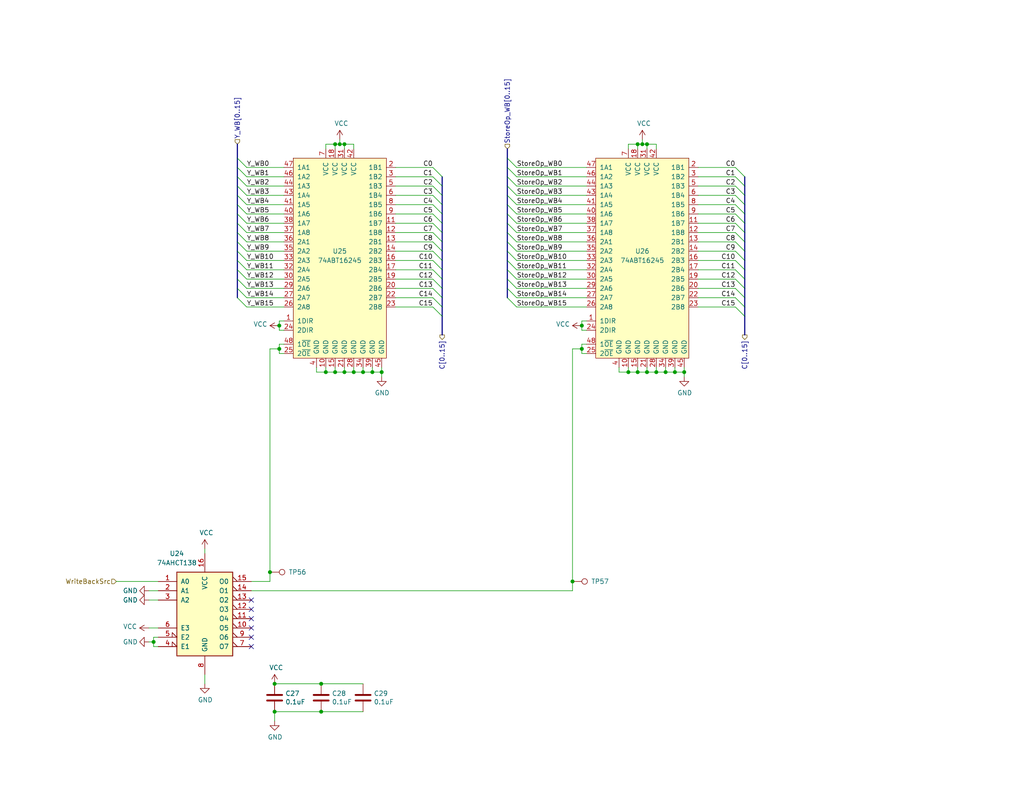
<source format=kicad_sch>
(kicad_sch (version 20250114) (generator "eeschema") (generator_version "9.0")
  (paper "USLetter")
  (title_block (title "WB: Select Write Back Source") (date "2023-11-25") (rev "B") (comment 2 "or a byte swapped version of the latter.") (comment 3 "It can choose either the ALU result, the store operand / value loaded from peripherals,") (comment 4 "The write back stage can select one of several values to write back to the register file."))
  (lib_symbols
    (symbol "Connector:TestPoint" (pin_numbers (hide yes)) (pin_names (offset 0.762) (hide yes))
      (property "Reference" "TP" (at 0 6.858 0))
      (property "Value" "TestPoint" (at 0 5.08 0))
      (symbol "TestPoint_0_1"
        (circle (center 0 3.302) (radius 0.762))
      )
      (symbol "TestPoint_1_1"
        (pin passive line (at 0 0 90) (length 2.54) (name "1") (number "1"))
      )
    )
    (symbol "Device:C" (pin_numbers (hide yes)) (pin_names (offset 0.254))
      (property "Reference" "C" (at 0.635 2.54 0))
      (property "Value" "C" (at 0.635 -2.54 0))
      (symbol "C_0_1"
        (polyline (pts (xy -2.032 0.762) (xy 2.032 0.762)) (stroke (width 0.508)))
        (polyline (pts (xy -2.032 -0.762) (xy 2.032 -0.762)) (stroke (width 0.508)))
      )
      (symbol "C_1_1"
        (pin passive line (at 0 3.81 270) (length 2.794) (name "~") (number "1"))
        (pin passive line (at 0 -3.81 90) (length 2.794) (name "~") (number "2"))
      )
    )
    (symbol "Turtle16:74ABT16245" (pin_names (offset 1.016))
      (property "Reference" "U" (at 0 1.27 0))
      (property "Value" "74ABT16245" (at 0 -1.27 0))
      (symbol "74ABT16245_0_1"
        (rectangle (start -12.7 26.67) (end 12.7 -27.94) (fill (type background)))
      )
      (symbol "74ABT16245_1_1"
        (pin tri_state line (at -15.24 24.13 0) (length 2.54) (name "1A1") (number "47"))
        (pin tri_state line (at -15.24 21.59 0) (length 2.54) (name "1A2") (number "46"))
        (pin tri_state line (at -15.24 19.05 0) (length 2.54) (name "1A3") (number "44"))
        (pin tri_state line (at -15.24 16.51 0) (length 2.54) (name "1A4") (number "43"))
        (pin tri_state line (at -15.24 13.97 0) (length 2.54) (name "1A5") (number "41"))
        (pin tri_state line (at -15.24 11.43 0) (length 2.54) (name "1A6") (number "40"))
        (pin tri_state line (at -15.24 8.89 0) (length 2.54) (name "1A7") (number "38"))
        (pin tri_state line (at -15.24 6.35 0) (length 2.54) (name "1A8") (number "37"))
        (pin tri_state line (at -15.24 3.81 0) (length 2.54) (name "2A1") (number "36"))
        (pin tri_state line (at -15.24 1.27 0) (length 2.54) (name "2A2") (number "35"))
        (pin tri_state line (at -15.24 -1.27 0) (length 2.54) (name "2A3") (number "33"))
        (pin tri_state line (at -15.24 -3.81 0) (length 2.54) (name "2A4") (number "32"))
        (pin tri_state line (at -15.24 -6.35 0) (length 2.54) (name "2A5") (number "30"))
        (pin tri_state line (at -15.24 -8.89 0) (length 2.54) (name "2A6") (number "29"))
        (pin tri_state line (at -15.24 -11.43 0) (length 2.54) (name "2A7") (number "27"))
        (pin tri_state line (at -15.24 -13.97 0) (length 2.54) (name "2A8") (number "26"))
        (pin input line (at -15.24 -17.78 0) (length 2.54) (name "1DIR") (number "1"))
        (pin input line (at -15.24 -20.32 0) (length 2.54) (name "2DIR") (number "24"))
        (pin input line (at -15.24 -24.13 0) (length 2.54) (name "1~{OE}") (number "48"))
        (pin input line (at -15.24 -26.67 0) (length 2.54) (name "2~{OE}") (number "25"))
        (pin power_in line (at -6.35 -30.48 90) (length 2.54) (name "GND") (number "4"))
        (pin power_in line (at -3.81 29.21 270) (length 2.54) (name "VCC") (number "7"))
        (pin power_in line (at -3.81 -30.48 90) (length 2.54) (name "GND") (number "10"))
        (pin power_in line (at -1.27 29.21 270) (length 2.54) (name "VCC") (number "18"))
        (pin power_in line (at -1.27 -30.48 90) (length 2.54) (name "GND") (number "15"))
        (pin power_in line (at 1.27 29.21 270) (length 2.54) (name "VCC") (number "31"))
        (pin power_in line (at 1.27 -30.48 90) (length 2.54) (name "GND") (number "21"))
        (pin power_in line (at 3.81 29.21 270) (length 2.54) (name "VCC") (number "42"))
        (pin power_in line (at 3.81 -30.48 90) (length 2.54) (name "GND") (number "28"))
        (pin power_in line (at 6.35 -30.48 90) (length 2.54) (name "GND") (number "34"))
        (pin power_in line (at 8.89 -30.48 90) (length 2.54) (name "GND") (number "39"))
        (pin power_in line (at 11.43 -30.48 90) (length 2.54) (name "GND") (number "45"))
        (pin tri_state line (at 15.24 24.13 180) (length 2.54) (name "1B1") (number "2"))
        (pin tri_state line (at 15.24 21.59 180) (length 2.54) (name "1B2") (number "3"))
        (pin tri_state line (at 15.24 19.05 180) (length 2.54) (name "1B3") (number "5"))
        (pin tri_state line (at 15.24 16.51 180) (length 2.54) (name "1B4") (number "6"))
        (pin tri_state line (at 15.24 13.97 180) (length 2.54) (name "1B5") (number "8"))
        (pin tri_state line (at 15.24 11.43 180) (length 2.54) (name "1B6") (number "9"))
        (pin tri_state line (at 15.24 8.89 180) (length 2.54) (name "1B7") (number "11"))
        (pin tri_state line (at 15.24 6.35 180) (length 2.54) (name "1B8") (number "12"))
        (pin tri_state line (at 15.24 3.81 180) (length 2.54) (name "2B1") (number "13"))
        (pin tri_state line (at 15.24 1.27 180) (length 2.54) (name "2B2") (number "14"))
        (pin tri_state line (at 15.24 -1.27 180) (length 2.54) (name "2B3") (number "16"))
        (pin tri_state line (at 15.24 -3.81 180) (length 2.54) (name "2B4") (number "17"))
        (pin tri_state line (at 15.24 -6.35 180) (length 2.54) (name "2B5") (number "19"))
        (pin tri_state line (at 15.24 -8.89 180) (length 2.54) (name "2B6") (number "20"))
        (pin tri_state line (at 15.24 -11.43 180) (length 2.54) (name "2B7") (number "22"))
        (pin tri_state line (at 15.24 -13.97 180) (length 2.54) (name "2B8") (number "23"))
      )
    )
    (symbol "Turtle16:74AHCT138" (pin_names (offset 1.016))
      (property "Reference" "U" (at -7.62 11.43 0))
      (property "Value" "74AHCT138" (at -7.62 -13.97 0))
      (symbol "74AHCT138_1_0"
        (pin input line (at -12.7 7.62 0) (length 5.08) (name "A0") (number "1"))
        (pin input line (at -12.7 5.08 0) (length 5.08) (name "A1") (number "2"))
        (pin input line (at -12.7 2.54 0) (length 5.08) (name "A2") (number "3"))
        (pin input line (at -12.7 -5.08 0) (length 5.08) (name "E3") (number "6"))
        (pin input input_low (at -12.7 -7.62 0) (length 5.08) (name "E2") (number "5"))
        (pin input input_low (at -12.7 -10.16 0) (length 5.08) (name "E1") (number "4"))
        (pin power_in line (at 0 15.24 270) (length 5.08) (name "VCC") (number "16"))
        (pin power_in line (at 0 -17.78 90) (length 5.08) (name "GND") (number "8"))
        (pin output output_low (at 12.7 7.62 180) (length 5.08) (name "O0") (number "15"))
        (pin output output_low (at 12.7 5.08 180) (length 5.08) (name "O1") (number "14"))
        (pin output output_low (at 12.7 2.54 180) (length 5.08) (name "O2") (number "13"))
        (pin output output_low (at 12.7 0 180) (length 5.08) (name "O3") (number "12"))
        (pin output output_low (at 12.7 -2.54 180) (length 5.08) (name "O4") (number "11"))
        (pin output output_low (at 12.7 -5.08 180) (length 5.08) (name "O5") (number "10"))
        (pin output output_low (at 12.7 -7.62 180) (length 5.08) (name "O6") (number "9"))
        (pin output output_low (at 12.7 -10.16 180) (length 5.08) (name "O7") (number "7"))
      )
      (symbol "74AHCT138_1_1"
        (rectangle (start -7.62 10.16) (end 7.62 -12.7) (stroke (width 0.254)) (fill (type background)))
      )
    )
    (symbol "power:GND" (power) (pin_names (offset 0))
      (property "Value" "GND" (at 0 -3.81 0))
      (symbol "GND_0_1"
        (polyline (pts (xy 0 0) (xy 0 -1.27) (xy 1.27 -1.27) (xy 0 -2.54) (xy -1.27 -1.27) (xy 0 -1.27)))
      )
      (symbol "GND_1_1"
        (pin power_in line (at 0 0 270) (length 0) (hide yes) (name "GND") (number "1"))
      )
    )
    (symbol "power:VCC" (power) (pin_names (offset 0))
      (property "Value" "VCC" (at 0 3.81 0))
      (symbol "VCC_0_1"
        (polyline (pts (xy -0.762 1.27) (xy 0 2.54)))
        (polyline (pts (xy 0 2.54) (xy 0.762 1.27)))
        (polyline (pts (xy 0 0) (xy 0 2.54)))
      )
      (symbol "VCC_1_1"
        (pin power_in line (at 0 0 90) (length 0) (hide yes) (name "VCC") (number "1"))
      )
    )
  )
  (junction (at 74.93 186.69))
  (junction (at 186.69 101.6))
  (junction (at 171.45 101.6))
  (junction (at 74.93 194.31))
  (junction (at 176.53 39.37))
  (junction (at 96.52 101.6))
  (junction (at 87.63 194.31))
  (junction (at 181.61 101.6))
  (junction (at 158.75 95.25))
  (junction (at 104.14 101.6))
  (junction (at 93.98 39.37))
  (junction (at 156.21 158.75))
  (junction (at 92.71 39.37))
  (junction (at 73.66 156.21))
  (junction (at 76.2 95.25))
  (junction (at 93.98 101.6))
  (junction (at 88.9 101.6))
  (junction (at 101.6 101.6))
  (junction (at 184.15 101.6))
  (junction (at 91.44 39.37))
  (junction (at 41.91 175.26))
  (junction (at 91.44 101.6))
  (junction (at 87.63 186.69))
  (junction (at 179.07 101.6))
  (junction (at 173.99 101.6))
  (junction (at 76.2 88.9))
  (junction (at 176.53 101.6))
  (junction (at 175.26 39.37))
  (junction (at 99.06 101.6))
  (junction (at 173.99 39.37))
  (junction (at 158.75 88.9))
  (no_connect (at 68.58 166.37))
  (no_connect (at 68.58 176.53))
  (no_connect (at 68.58 171.45))
  (no_connect (at 68.58 168.91))
  (no_connect (at 68.58 163.83))
  (no_connect (at 68.58 173.99))
  (bus_entry (at 120.65 78.74) (size -2.54 -2.54))
  (bus_entry (at 203.2 50.8) (size -2.54 -2.54))
  (bus_entry (at 120.65 83.82) (size -2.54 -2.54))
  (bus_entry (at 140.97 78.74) (size -2.54 -2.54))
  (bus_entry (at 120.65 68.58) (size -2.54 -2.54))
  (bus_entry (at 140.97 55.88) (size -2.54 -2.54))
  (bus_entry (at 64.77 81.28) (size 2.54 2.54))
  (bus_entry (at 140.97 81.28) (size -2.54 -2.54))
  (bus_entry (at 140.97 63.5) (size -2.54 -2.54))
  (bus_entry (at 203.2 66.04) (size -2.54 -2.54))
  (bus_entry (at 203.2 48.26) (size -2.54 -2.54))
  (bus_entry (at 203.2 63.5) (size -2.54 -2.54))
  (bus_entry (at 203.2 73.66) (size -2.54 -2.54))
  (bus_entry (at 120.65 48.26) (size -2.54 -2.54))
  (bus_entry (at 140.97 58.42) (size -2.54 -2.54))
  (bus_entry (at 140.97 50.8) (size -2.54 -2.54))
  (bus_entry (at 64.77 73.66) (size 2.54 2.54))
  (bus_entry (at 120.65 73.66) (size -2.54 -2.54))
  (bus_entry (at 140.97 68.58) (size -2.54 -2.54))
  (bus_entry (at 140.97 45.72) (size -2.54 -2.54))
  (bus_entry (at 140.97 48.26) (size -2.54 -2.54))
  (bus_entry (at 140.97 60.96) (size -2.54 -2.54))
  (bus_entry (at 120.65 86.36) (size -2.54 -2.54))
  (bus_entry (at 140.97 73.66) (size -2.54 -2.54))
  (bus_entry (at 120.65 58.42) (size -2.54 -2.54))
  (bus_entry (at 64.77 63.5) (size 2.54 2.54))
  (bus_entry (at 64.77 76.2) (size 2.54 2.54))
  (bus_entry (at 140.97 76.2) (size -2.54 -2.54))
  (bus_entry (at 120.65 66.04) (size -2.54 -2.54))
  (bus_entry (at 203.2 81.28) (size -2.54 -2.54))
  (bus_entry (at 203.2 71.12) (size -2.54 -2.54))
  (bus_entry (at 64.77 45.72) (size 2.54 2.54))
  (bus_entry (at 203.2 68.58) (size -2.54 -2.54))
  (bus_entry (at 64.77 66.04) (size 2.54 2.54))
  (bus_entry (at 120.65 81.28) (size -2.54 -2.54))
  (bus_entry (at 203.2 78.74) (size -2.54 -2.54))
  (bus_entry (at 203.2 86.36) (size -2.54 -2.54))
  (bus_entry (at 120.65 76.2) (size -2.54 -2.54))
  (bus_entry (at 64.77 78.74) (size 2.54 2.54))
  (bus_entry (at 120.65 71.12) (size -2.54 -2.54))
  (bus_entry (at 203.2 58.42) (size -2.54 -2.54))
  (bus_entry (at 64.77 68.58) (size 2.54 2.54))
  (bus_entry (at 140.97 53.34) (size -2.54 -2.54))
  (bus_entry (at 203.2 60.96) (size -2.54 -2.54))
  (bus_entry (at 140.97 71.12) (size -2.54 -2.54))
  (bus_entry (at 140.97 66.04) (size -2.54 -2.54))
  (bus_entry (at 64.77 43.18) (size 2.54 2.54))
  (bus_entry (at 203.2 53.34) (size -2.54 -2.54))
  (bus_entry (at 64.77 60.96) (size 2.54 2.54))
  (bus_entry (at 120.65 53.34) (size -2.54 -2.54))
  (bus_entry (at 64.77 50.8) (size 2.54 2.54))
  (bus_entry (at 203.2 55.88) (size -2.54 -2.54))
  (bus_entry (at 203.2 76.2) (size -2.54 -2.54))
  (bus_entry (at 120.65 55.88) (size -2.54 -2.54))
  (bus_entry (at 64.77 71.12) (size 2.54 2.54))
  (bus_entry (at 120.65 50.8) (size -2.54 -2.54))
  (bus_entry (at 120.65 60.96) (size -2.54 -2.54))
  (bus_entry (at 64.77 55.88) (size 2.54 2.54))
  (bus_entry (at 120.65 63.5) (size -2.54 -2.54))
  (bus_entry (at 64.77 48.26) (size 2.54 2.54))
  (bus_entry (at 64.77 58.42) (size 2.54 2.54))
  (bus_entry (at 140.97 83.82) (size -2.54 -2.54))
  (bus_entry (at 203.2 83.82) (size -2.54 -2.54))
  (bus_entry (at 64.77 53.34) (size 2.54 2.54))
  (wire (pts (xy 76.2 95.25) (xy 73.66 95.25)))
  (wire (pts (xy 68.58 161.29) (xy 156.21 161.29)))
  (wire (pts (xy 140.97 48.26) (xy 160.02 48.26)))
  (wire (pts (xy 99.06 101.6) (xy 99.06 100.33)))
  (wire (pts (xy 140.97 53.34) (xy 160.02 53.34)))
  (bus (pts (xy 120.65 83.82) (xy 120.65 86.36)))
  (wire (pts (xy 140.97 73.66) (xy 160.02 73.66)))
  (bus (pts (xy 64.77 43.18) (xy 64.77 45.72)))
  (bus (pts (xy 64.77 63.5) (xy 64.77 66.04)))
  (bus (pts (xy 138.43 63.5) (xy 138.43 66.04)))
  (wire (pts (xy 91.44 101.6) (xy 93.98 101.6)))
  (wire (pts (xy 158.75 93.98) (xy 158.75 95.25)))
  (wire (pts (xy 41.91 175.26) (xy 41.91 176.53)))
  (bus (pts (xy 203.2 86.36) (xy 203.2 91.44)))
  (wire (pts (xy 171.45 39.37) (xy 173.99 39.37)))
  (wire (pts (xy 175.26 39.37) (xy 176.53 39.37)))
  (wire (pts (xy 118.11 60.96) (xy 107.95 60.96)))
  (wire (pts (xy 200.66 60.96) (xy 190.5 60.96)))
  (wire (pts (xy 200.66 66.04) (xy 190.5 66.04)))
  (wire (pts (xy 67.31 76.2) (xy 77.47 76.2)))
  (wire (pts (xy 200.66 68.58) (xy 190.5 68.58)))
  (bus (pts (xy 120.65 48.26) (xy 120.65 50.8)))
  (wire (pts (xy 67.31 81.28) (xy 77.47 81.28)))
  (wire (pts (xy 74.93 196.85) (xy 74.93 194.31)))
  (wire (pts (xy 101.6 101.6) (xy 104.14 101.6)))
  (wire (pts (xy 67.31 83.82) (xy 77.47 83.82)))
  (bus (pts (xy 203.2 53.34) (xy 203.2 55.88)))
  (wire (pts (xy 156.21 95.25) (xy 156.21 158.75)))
  (wire (pts (xy 160.02 93.98) (xy 158.75 93.98)))
  (bus (pts (xy 138.43 45.72) (xy 138.43 48.26)))
  (wire (pts (xy 118.11 58.42) (xy 107.95 58.42)))
  (wire (pts (xy 140.97 76.2) (xy 160.02 76.2)))
  (wire (pts (xy 200.66 45.72) (xy 190.5 45.72)))
  (wire (pts (xy 67.31 48.26) (xy 77.47 48.26)))
  (bus (pts (xy 138.43 78.74) (xy 138.43 81.28)))
  (bus (pts (xy 203.2 48.26) (xy 203.2 50.8)))
  (wire (pts (xy 55.88 149.86) (xy 55.88 151.13)))
  (wire (pts (xy 158.75 90.17) (xy 160.02 90.17)))
  (bus (pts (xy 64.77 50.8) (xy 64.77 53.34)))
  (wire (pts (xy 118.11 71.12) (xy 107.95 71.12)))
  (wire (pts (xy 99.06 101.6) (xy 101.6 101.6)))
  (wire (pts (xy 140.97 68.58) (xy 160.02 68.58)))
  (bus (pts (xy 64.77 78.74) (xy 64.77 81.28)))
  (wire (pts (xy 158.75 88.9) (xy 158.75 90.17)))
  (bus (pts (xy 203.2 78.74) (xy 203.2 81.28)))
  (wire (pts (xy 88.9 101.6) (xy 91.44 101.6)))
  (wire (pts (xy 67.31 66.04) (xy 77.47 66.04)))
  (wire (pts (xy 88.9 39.37) (xy 91.44 39.37)))
  (wire (pts (xy 41.91 173.99) (xy 41.91 175.26)))
  (wire (pts (xy 118.11 66.04) (xy 107.95 66.04)))
  (wire (pts (xy 101.6 101.6) (xy 101.6 100.33)))
  (wire (pts (xy 184.15 101.6) (xy 184.15 100.33)))
  (wire (pts (xy 67.31 73.66) (xy 77.47 73.66)))
  (wire (pts (xy 179.07 101.6) (xy 179.07 100.33)))
  (wire (pts (xy 158.75 95.25) (xy 156.21 95.25)))
  (bus (pts (xy 120.65 86.36) (xy 120.65 91.44)))
  (bus (pts (xy 138.43 66.04) (xy 138.43 68.58)))
  (wire (pts (xy 176.53 40.64) (xy 176.53 39.37)))
  (wire (pts (xy 91.44 39.37) (xy 92.71 39.37)))
  (bus (pts (xy 120.65 53.34) (xy 120.65 55.88)))
  (wire (pts (xy 74.93 186.69) (xy 87.63 186.69)))
  (wire (pts (xy 91.44 40.64) (xy 91.44 39.37)))
  (bus (pts (xy 203.2 60.96) (xy 203.2 63.5)))
  (wire (pts (xy 87.63 186.69) (xy 99.06 186.69)))
  (bus (pts (xy 64.77 66.04) (xy 64.77 68.58)))
  (wire (pts (xy 118.11 63.5) (xy 107.95 63.5)))
  (bus (pts (xy 203.2 68.58) (xy 203.2 71.12)))
  (wire (pts (xy 140.97 50.8) (xy 160.02 50.8)))
  (bus (pts (xy 120.65 81.28) (xy 120.65 83.82)))
  (wire (pts (xy 118.11 81.28) (xy 107.95 81.28)))
  (bus (pts (xy 203.2 55.88) (xy 203.2 58.42)))
  (bus (pts (xy 138.43 60.96) (xy 138.43 63.5)))
  (wire (pts (xy 173.99 40.64) (xy 173.99 39.37)))
  (wire (pts (xy 67.31 78.74) (xy 77.47 78.74)))
  (bus (pts (xy 120.65 73.66) (xy 120.65 76.2)))
  (bus (pts (xy 64.77 73.66) (xy 64.77 76.2)))
  (wire (pts (xy 179.07 39.37) (xy 179.07 40.64)))
  (wire (pts (xy 186.69 101.6) (xy 186.69 100.33)))
  (wire (pts (xy 67.31 63.5) (xy 77.47 63.5)))
  (wire (pts (xy 200.66 81.28) (xy 190.5 81.28)))
  (bus (pts (xy 203.2 81.28) (xy 203.2 83.82)))
  (wire (pts (xy 118.11 68.58) (xy 107.95 68.58)))
  (bus (pts (xy 138.43 53.34) (xy 138.43 55.88)))
  (wire (pts (xy 200.66 63.5) (xy 190.5 63.5)))
  (wire (pts (xy 200.66 48.26) (xy 190.5 48.26)))
  (wire (pts (xy 175.26 38.1) (xy 175.26 39.37)))
  (wire (pts (xy 67.31 50.8) (xy 77.47 50.8)))
  (bus (pts (xy 203.2 50.8) (xy 203.2 53.34)))
  (wire (pts (xy 200.66 53.34) (xy 190.5 53.34)))
  (wire (pts (xy 40.64 171.45) (xy 43.18 171.45)))
  (wire (pts (xy 73.66 156.21) (xy 73.66 158.75)))
  (wire (pts (xy 73.66 158.75) (xy 68.58 158.75)))
  (wire (pts (xy 140.97 71.12) (xy 160.02 71.12)))
  (wire (pts (xy 88.9 100.33) (xy 88.9 101.6)))
  (wire (pts (xy 181.61 101.6) (xy 181.61 100.33)))
  (bus (pts (xy 120.65 71.12) (xy 120.65 73.66)))
  (wire (pts (xy 40.64 161.29) (xy 43.18 161.29)))
  (wire (pts (xy 140.97 81.28) (xy 160.02 81.28)))
  (wire (pts (xy 140.97 60.96) (xy 160.02 60.96)))
  (wire (pts (xy 88.9 40.64) (xy 88.9 39.37)))
  (wire (pts (xy 41.91 176.53) (xy 43.18 176.53)))
  (wire (pts (xy 86.36 101.6) (xy 88.9 101.6)))
  (bus (pts (xy 120.65 55.88) (xy 120.65 58.42)))
  (wire (pts (xy 140.97 58.42) (xy 160.02 58.42)))
  (bus (pts (xy 138.43 43.18) (xy 138.43 45.72)))
  (bus (pts (xy 138.43 55.88) (xy 138.43 58.42)))
  (wire (pts (xy 118.11 50.8) (xy 107.95 50.8)))
  (bus (pts (xy 203.2 71.12) (xy 203.2 73.66)))
  (wire (pts (xy 76.2 90.17) (xy 77.47 90.17)))
  (wire (pts (xy 76.2 96.52) (xy 77.47 96.52)))
  (wire (pts (xy 77.47 87.63) (xy 76.2 87.63)))
  (wire (pts (xy 93.98 40.64) (xy 93.98 39.37)))
  (wire (pts (xy 171.45 100.33) (xy 171.45 101.6)))
  (wire (pts (xy 87.63 194.31) (xy 99.06 194.31)))
  (wire (pts (xy 156.21 158.75) (xy 156.21 161.29)))
  (wire (pts (xy 118.11 83.82) (xy 107.95 83.82)))
  (wire (pts (xy 118.11 55.88) (xy 107.95 55.88)))
  (wire (pts (xy 92.71 39.37) (xy 93.98 39.37)))
  (wire (pts (xy 43.18 173.99) (xy 41.91 173.99)))
  (wire (pts (xy 173.99 101.6) (xy 176.53 101.6)))
  (bus (pts (xy 120.65 63.5) (xy 120.65 66.04)))
  (bus (pts (xy 64.77 76.2) (xy 64.77 78.74)))
  (wire (pts (xy 73.66 95.25) (xy 73.66 156.21)))
  (wire (pts (xy 171.45 101.6) (xy 173.99 101.6)))
  (bus (pts (xy 203.2 76.2) (xy 203.2 78.74)))
  (bus (pts (xy 138.43 68.58) (xy 138.43 71.12)))
  (wire (pts (xy 200.66 55.88) (xy 190.5 55.88)))
  (wire (pts (xy 200.66 78.74) (xy 190.5 78.74)))
  (bus (pts (xy 203.2 58.42) (xy 203.2 60.96)))
  (wire (pts (xy 168.91 101.6) (xy 171.45 101.6)))
  (wire (pts (xy 140.97 83.82) (xy 160.02 83.82)))
  (wire (pts (xy 160.02 87.63) (xy 158.75 87.63)))
  (bus (pts (xy 120.65 78.74) (xy 120.65 81.28)))
  (wire (pts (xy 76.2 87.63) (xy 76.2 88.9)))
  (wire (pts (xy 92.71 38.1) (xy 92.71 39.37)))
  (bus (pts (xy 120.65 50.8) (xy 120.65 53.34)))
  (wire (pts (xy 76.2 95.25) (xy 76.2 96.52)))
  (bus (pts (xy 138.43 71.12) (xy 138.43 73.66)))
  (wire (pts (xy 86.36 100.33) (xy 86.36 101.6)))
  (wire (pts (xy 77.47 93.98) (xy 76.2 93.98)))
  (wire (pts (xy 200.66 83.82) (xy 190.5 83.82)))
  (wire (pts (xy 200.66 73.66) (xy 190.5 73.66)))
  (wire (pts (xy 76.2 93.98) (xy 76.2 95.25)))
  (bus (pts (xy 203.2 63.5) (xy 203.2 66.04)))
  (wire (pts (xy 140.97 45.72) (xy 160.02 45.72)))
  (bus (pts (xy 138.43 73.66) (xy 138.43 76.2)))
  (wire (pts (xy 168.91 100.33) (xy 168.91 101.6)))
  (bus (pts (xy 203.2 83.82) (xy 203.2 86.36)))
  (wire (pts (xy 91.44 100.33) (xy 91.44 101.6)))
  (wire (pts (xy 40.64 163.83) (xy 43.18 163.83)))
  (wire (pts (xy 93.98 101.6) (xy 93.98 100.33)))
  (wire (pts (xy 118.11 53.34) (xy 107.95 53.34)))
  (bus (pts (xy 138.43 76.2) (xy 138.43 78.74)))
  (wire (pts (xy 181.61 101.6) (xy 179.07 101.6)))
  (bus (pts (xy 138.43 40.64) (xy 138.43 43.18)))
  (wire (pts (xy 200.66 76.2) (xy 190.5 76.2)))
  (wire (pts (xy 96.52 101.6) (xy 96.52 100.33)))
  (wire (pts (xy 200.66 58.42) (xy 190.5 58.42)))
  (bus (pts (xy 138.43 48.26) (xy 138.43 50.8)))
  (bus (pts (xy 120.65 60.96) (xy 120.65 63.5)))
  (bus (pts (xy 64.77 60.96) (xy 64.77 63.5)))
  (bus (pts (xy 64.77 53.34) (xy 64.77 55.88)))
  (wire (pts (xy 118.11 45.72) (xy 107.95 45.72)))
  (bus (pts (xy 138.43 50.8) (xy 138.43 53.34)))
  (wire (pts (xy 200.66 71.12) (xy 190.5 71.12)))
  (bus (pts (xy 64.77 39.37) (xy 64.77 43.18)))
  (bus (pts (xy 64.77 55.88) (xy 64.77 58.42)))
  (wire (pts (xy 118.11 76.2) (xy 107.95 76.2)))
  (wire (pts (xy 77.47 45.72) (xy 67.31 45.72)))
  (wire (pts (xy 176.53 39.37) (xy 179.07 39.37)))
  (wire (pts (xy 67.31 55.88) (xy 77.47 55.88)))
  (wire (pts (xy 184.15 101.6) (xy 186.69 101.6)))
  (wire (pts (xy 179.07 101.6) (xy 176.53 101.6)))
  (wire (pts (xy 158.75 95.25) (xy 158.75 96.52)))
  (wire (pts (xy 104.14 101.6) (xy 104.14 100.33)))
  (wire (pts (xy 74.93 194.31) (xy 87.63 194.31)))
  (wire (pts (xy 104.14 102.87) (xy 104.14 101.6)))
  (bus (pts (xy 203.2 73.66) (xy 203.2 76.2)))
  (wire (pts (xy 67.31 60.96) (xy 77.47 60.96)))
  (wire (pts (xy 186.69 102.87) (xy 186.69 101.6)))
  (wire (pts (xy 140.97 55.88) (xy 160.02 55.88)))
  (wire (pts (xy 176.53 101.6) (xy 176.53 100.33)))
  (wire (pts (xy 140.97 78.74) (xy 160.02 78.74)))
  (wire (pts (xy 67.31 71.12) (xy 77.47 71.12)))
  (wire (pts (xy 181.61 101.6) (xy 184.15 101.6)))
  (bus (pts (xy 64.77 48.26) (xy 64.77 50.8)))
  (bus (pts (xy 120.65 66.04) (xy 120.65 68.58)))
  (wire (pts (xy 67.31 53.34) (xy 77.47 53.34)))
  (wire (pts (xy 67.31 58.42) (xy 77.47 58.42)))
  (bus (pts (xy 138.43 58.42) (xy 138.43 60.96)))
  (wire (pts (xy 158.75 87.63) (xy 158.75 88.9)))
  (wire (pts (xy 99.06 101.6) (xy 96.52 101.6)))
  (wire (pts (xy 76.2 88.9) (xy 76.2 90.17)))
  (bus (pts (xy 120.65 58.42) (xy 120.65 60.96)))
  (bus (pts (xy 64.77 71.12) (xy 64.77 73.66)))
  (wire (pts (xy 118.11 78.74) (xy 107.95 78.74)))
  (wire (pts (xy 118.11 73.66) (xy 107.95 73.66)))
  (wire (pts (xy 118.11 48.26) (xy 107.95 48.26)))
  (bus (pts (xy 64.77 45.72) (xy 64.77 48.26)))
  (wire (pts (xy 93.98 39.37) (xy 96.52 39.37)))
  (wire (pts (xy 173.99 100.33) (xy 173.99 101.6)))
  (wire (pts (xy 31.75 158.75) (xy 43.18 158.75)))
  (wire (pts (xy 40.64 175.26) (xy 41.91 175.26)))
  (bus (pts (xy 64.77 58.42) (xy 64.77 60.96)))
  (wire (pts (xy 158.75 96.52) (xy 160.02 96.52)))
  (wire (pts (xy 55.88 184.15) (xy 55.88 186.69)))
  (wire (pts (xy 96.52 39.37) (xy 96.52 40.64)))
  (wire (pts (xy 173.99 39.37) (xy 175.26 39.37)))
  (wire (pts (xy 200.66 50.8) (xy 190.5 50.8)))
  (wire (pts (xy 67.31 68.58) (xy 77.47 68.58)))
  (wire (pts (xy 140.97 66.04) (xy 160.02 66.04)))
  (wire (pts (xy 96.52 101.6) (xy 93.98 101.6)))
  (bus (pts (xy 120.65 68.58) (xy 120.65 71.12)))
  (bus (pts (xy 120.65 76.2) (xy 120.65 78.74)))
  (bus (pts (xy 203.2 66.04) (xy 203.2 68.58)))
  (bus (pts (xy 64.77 68.58) (xy 64.77 71.12)))
  (wire (pts (xy 171.45 40.64) (xy 171.45 39.37)))
  (wire (pts (xy 140.97 63.5) (xy 160.02 63.5)))
  (label "Y_WB15" (at 67.31 83.82 0))
  (label "C4" (at 118.11 55.88 180))
  (label "StoreOp_WB11" (at 140.97 73.66 0))
  (label "Y_WB5" (at 67.31 58.42 0))
  (label "Y_WB9" (at 67.31 68.58 0))
  (label "C2" (at 200.66 50.8 180))
  (label "StoreOp_WB12" (at 140.97 76.2 0))
  (label "Y_WB1" (at 67.31 48.26 0))
  (label "Y_WB11" (at 67.31 73.66 0))
  (label "Y_WB3" (at 67.31 53.34 0))
  (label "StoreOp_WB9" (at 140.97 68.58 0))
  (label "C6" (at 118.11 60.96 180))
  (label "Y_WB12" (at 67.31 76.2 0))
  (label "C13" (at 200.66 78.74 180))
  (label "Y_WB2" (at 67.31 50.8 0))
  (label "C4" (at 200.66 55.88 180))
  (label "C1" (at 200.66 48.26 180))
  (label "C1" (at 118.11 48.26 180))
  (label "Y_WB7" (at 67.31 63.5 0))
  (label "C10" (at 118.11 71.12 180))
  (label "Y_WB8" (at 67.31 66.04 0))
  (label "Y_WB4" (at 67.31 55.88 0))
  (label "StoreOp_WB10" (at 140.97 71.12 0))
  (label "C0" (at 200.66 45.72 180))
  (label "StoreOp_WB5" (at 140.97 58.42 0))
  (label "Y_WB0" (at 67.31 45.72 0))
  (label "StoreOp_WB15" (at 140.97 83.82 0))
  (label "StoreOp_WB8" (at 140.97 66.04 0))
  (label "StoreOp_WB4" (at 140.97 55.88 0))
  (label "StoreOp_WB1" (at 140.97 48.26 0))
  (label "C9" (at 200.66 68.58 180))
  (label "C8" (at 200.66 66.04 180))
  (label "StoreOp_WB6" (at 140.97 60.96 0))
  (label "StoreOp_WB0" (at 140.97 45.72 0))
  (label "Y_WB6" (at 67.31 60.96 0))
  (label "C12" (at 200.66 76.2 180))
  (label "StoreOp_WB13" (at 140.97 78.74 0))
  (label "C11" (at 118.11 73.66 180))
  (label "StoreOp_WB14" (at 140.97 81.28 0))
  (label "C6" (at 200.66 60.96 180))
  (label "C10" (at 200.66 71.12 180))
  (label "Y_WB14" (at 67.31 81.28 0))
  (label "C7" (at 118.11 63.5 180))
  (label "StoreOp_WB2" (at 140.97 50.8 0))
  (label "C14" (at 118.11 81.28 180))
  (label "C15" (at 118.11 83.82 180))
  (label "C3" (at 118.11 53.34 180))
  (label "C5" (at 200.66 58.42 180))
  (label "C8" (at 118.11 66.04 180))
  (label "C2" (at 118.11 50.8 180))
  (label "C12" (at 118.11 76.2 180))
  (label "C15" (at 200.66 83.82 180))
  (label "StoreOp_WB7" (at 140.97 63.5 0))
  (label "C0" (at 118.11 45.72 180))
  (label "C13" (at 118.11 78.74 180))
  (label "C14" (at 200.66 81.28 180))
  (label "C9" (at 118.11 68.58 180))
  (label "Y_WB10" (at 67.31 71.12 0))
  (label "C5" (at 118.11 58.42 180))
  (label "C11" (at 200.66 73.66 180))
  (label "Y_WB13" (at 67.31 78.74 0))
  (label "C3" (at 200.66 53.34 180))
  (label "C7" (at 200.66 63.5 180))
  (label "StoreOp_WB3" (at 140.97 53.34 0))
  (hierarchical_label "Y_WB[0..15]" (shape input) (at 64.77 39.37 90))
  (hierarchical_label "StoreOp_WB[0..15]" (shape input) (at 138.43 40.64 90))
  (hierarchical_label "C[0..15]" (shape output) (at 120.65 91.44 270))
  (hierarchical_label "WriteBackSrc" (shape input) (at 31.75 158.75 180))
  (hierarchical_label "C[0..15]" (shape output) (at 203.2 91.44 270))
  (symbol (lib_id "power:VCC") (at 76.2 88.9 90) (unit 1)
    (property "Reference" "#PWR0164" (effects (hide yes)))
    (property "Value" "VCC" (at 72.9742 88.519 90) (effects (justify left)))
  )
  (symbol (lib_id "power:GND") (at 40.64 161.29 270) (unit 1)
    (property "Reference" "#PWR0156" (effects (hide yes)))
    (property "Value" "GND" (at 35.56 161.29 90))
  )
  (symbol (lib_id "Device:C") (at 74.93 190.5 0) (unit 1)
    (property "Reference" "C27" (at 77.851 189.3316 0) (effects (justify left)))
    (property "Value" "0.1uF" (at 77.851 191.643 0) (effects (justify left)))
    (property "Footprint" "Capacitor_SMD:C_0603_1608Metric" (effects (hide yes)))
    (property "Datasheet" "https://www.mouser.com/datasheet/2/396/taiyo_yuden_12132018_mlcc11_hq_e-1510082.pdf" (effects (hide yes)))
    (property "Manufacturer" "Taiyo Yuden" (effects (hide yes)))
    (property "Manufacturer#" "EMK107B7104KAHT" (effects (hide yes)))
    (property "Mouser#" "963-EMK107B7104KAHT" (effects (hide yes)))
    (property "Digikey#" "587-6004-1-ND" (effects (hide yes)))
  )
  (symbol (lib_id "Device:C") (at 87.63 190.5 0) (unit 1)
    (property "Reference" "C28" (at 90.551 189.3316 0) (effects (justify left)))
    (property "Value" "0.1uF" (at 90.551 191.643 0) (effects (justify left)))
    (property "Footprint" "Capacitor_SMD:C_0603_1608Metric" (effects (hide yes)))
    (property "Datasheet" "https://www.mouser.com/datasheet/2/396/taiyo_yuden_12132018_mlcc11_hq_e-1510082.pdf" (effects (hide yes)))
    (property "Manufacturer" "Taiyo Yuden" (effects (hide yes)))
    (property "Manufacturer#" "EMK107B7104KAHT" (effects (hide yes)))
    (property "Mouser#" "963-EMK107B7104KAHT" (effects (hide yes)))
    (property "Digikey#" "587-6004-1-ND" (effects (hide yes)))
  )
  (symbol (lib_id "power:VCC") (at 74.93 186.69 0) (unit 1)
    (property "Reference" "#PWR0162" (effects (hide yes)))
    (property "Value" "VCC" (at 75.3618 182.2958 0))
  )
  (symbol (lib_id "power:GND") (at 74.93 196.85 0) (unit 1)
    (property "Reference" "#PWR0163" (effects (hide yes)))
    (property "Value" "GND" (at 75.057 201.2442 0))
  )
  (symbol (lib_id "Device:C") (at 99.06 190.5 0) (unit 1)
    (property "Reference" "C29" (at 101.981 189.3316 0) (effects (justify left)))
    (property "Value" "0.1uF" (at 101.981 191.643 0) (effects (justify left)))
    (property "Footprint" "Capacitor_SMD:C_0603_1608Metric" (effects (hide yes)))
    (property "Datasheet" "https://www.mouser.com/datasheet/2/396/taiyo_yuden_12132018_mlcc11_hq_e-1510082.pdf" (effects (hide yes)))
    (property "Manufacturer" "Taiyo Yuden" (effects (hide yes)))
    (property "Manufacturer#" "EMK107B7104KAHT" (effects (hide yes)))
    (property "Mouser#" "963-EMK107B7104KAHT" (effects (hide yes)))
    (property "Digikey#" "587-6004-1-ND" (effects (hide yes)))
  )
  (symbol (lib_id "power:GND") (at 55.88 186.69 0) (unit 1)
    (property "Reference" "#PWR0161" (effects (hide yes)))
    (property "Value" "GND" (at 56.007 191.0842 0))
  )
  (symbol (lib_id "power:VCC") (at 55.88 149.86 0) (unit 1)
    (property "Reference" "#PWR0160" (effects (hide yes)))
    (property "Value" "VCC" (at 56.3118 145.4658 0))
  )
  (symbol (lib_id "power:GND") (at 40.64 163.83 270) (unit 1)
    (property "Reference" "#PWR0157" (effects (hide yes)))
    (property "Value" "GND" (at 35.56 163.83 90))
  )
  (symbol (lib_id "power:GND") (at 40.64 175.26 270) (unit 1)
    (property "Reference" "#PWR0159" (effects (hide yes)))
    (property "Value" "GND" (at 35.56 175.26 90))
  )
  (symbol (lib_id "power:VCC") (at 40.64 171.45 90) (unit 1)
    (property "Reference" "#PWR0158" (effects (hide yes)))
    (property "Value" "VCC" (at 37.4142 171.069 90) (effects (justify left)))
  )
  (symbol (lib_id "power:GND") (at 104.14 102.87 0) (unit 1)
    (property "Reference" "#PWR0166" (effects (hide yes)))
    (property "Value" "GND" (at 104.267 107.2642 0))
  )
  (symbol (lib_id "power:VCC") (at 92.71 38.1 0) (unit 1)
    (property "Reference" "#PWR0165" (effects (hide yes)))
    (property "Value" "VCC" (at 93.1418 33.7058 0))
  )
  (symbol (lib_id "Turtle16:74ABT16245") (at 92.71 69.85 0) (unit 1)
    (property "Reference" "U25" (at 92.71 68.58 0))
    (property "Value" "74ABT16245" (at 92.71 71.12 0))
    (property "Footprint" "Package_SO:TSSOP-48_6.1x12.5mm_P0.5mm" (effects (hide yes)))
    (property "Datasheet" "https://www.ti.com/general/docs/suppproductinfo.tsp?distId=26&gotoUrl=https://www.ti.com/lit/gpn/sn74abth16245" (effects (hide yes)))
    (property "Manufacturer" "Texas Instruments" (effects (hide yes)))
    (property "Manufacturer#" "SN74ABTH16245DGGR" (effects (hide yes)))
    (property "Mouser#" "595-SNABTH16245DGGR" (effects (hide yes)))
    (property "Digikey#" "296-4124-1-ND" (effects (hide yes)))
  )
  (symbol (lib_id "power:VCC") (at 158.75 88.9 90) (unit 1)
    (property "Reference" "#PWR0167" (effects (hide yes)))
    (property "Value" "VCC" (at 155.5242 88.519 90) (effects (justify left)))
  )
  (symbol (lib_id "power:GND") (at 186.69 102.87 0) (unit 1)
    (property "Reference" "#PWR0169" (effects (hide yes)))
    (property "Value" "GND" (at 186.817 107.2642 0))
  )
  (symbol (lib_id "power:VCC") (at 175.26 38.1 0) (unit 1)
    (property "Reference" "#PWR0168" (effects (hide yes)))
    (property "Value" "VCC" (at 175.6918 33.7058 0))
  )
  (symbol (lib_id "Turtle16:74ABT16245") (at 175.26 69.85 0) (unit 1)
    (property "Reference" "U26" (at 175.26 68.58 0))
    (property "Value" "74ABT16245" (at 175.26 71.12 0))
    (property "Footprint" "Package_SO:TSSOP-48_6.1x12.5mm_P0.5mm" (effects (hide yes)))
    (property "Datasheet" "https://www.ti.com/general/docs/suppproductinfo.tsp?distId=26&gotoUrl=https://www.ti.com/lit/gpn/sn74abth16245" (effects (hide yes)))
    (property "Manufacturer" "Texas Instruments" (effects (hide yes)))
    (property "Manufacturer#" "SN74ABTH16245DGGR" (effects (hide yes)))
    (property "Mouser#" "595-SNABTH16245DGGR" (effects (hide yes)))
    (property "Digikey#" "296-4124-1-ND" (effects (hide yes)))
  )
  (symbol (lib_id "Turtle16:74AHCT138") (at 55.88 166.37 0) (unit 1)
    (property "Reference" "U24" (at 48.26 151.13 0))
    (property "Value" "74AHCT138" (at 48.26 153.67 0))
    (property "Footprint" "Package_SO:TSSOP-16_4.4x5mm_P0.65mm" (effects (hide yes)))
    (property "Datasheet" "https://www.ti.com/general/docs/suppproductinfo.tsp?distId=26&gotoUrl=https://www.ti.com/lit/gpn/sn74ahct138" (effects (hide yes)))
    (property "Manufacturer" "Texas Instruments" (effects (hide yes)))
    (property "Manufacturer#" "SN74AHCT138PWR" (effects (hide yes)))
    (property "Mouser#" "595-SN74AHCT138PWR" (effects (hide yes)))
    (property "Digikey#" "296-1109-1-ND" (effects (hide yes)))
  )
  (symbol (lib_id "Connector:TestPoint") (at 73.66 156.21 270) (unit 1) (in_bom no)
    (property "Reference" "TP56" (at 78.74 156.21 90) (effects (justify left)))
    (property "Value" "TP" (effects (hide yes)))
    (property "Footprint" "TestPoint:TestPoint_Pad_D1.0mm" (effects (hide yes)))
  )
  (symbol (lib_id "Connector:TestPoint") (at 156.21 158.75 270) (unit 1) (in_bom no)
    (property "Reference" "TP57" (at 161.29 158.75 90) (effects (justify left)))
    (property "Value" "TP" (effects (hide yes)))
    (property "Footprint" "TestPoint:TestPoint_Pad_D1.0mm" (effects (hide yes)))
  )
)
</source>
